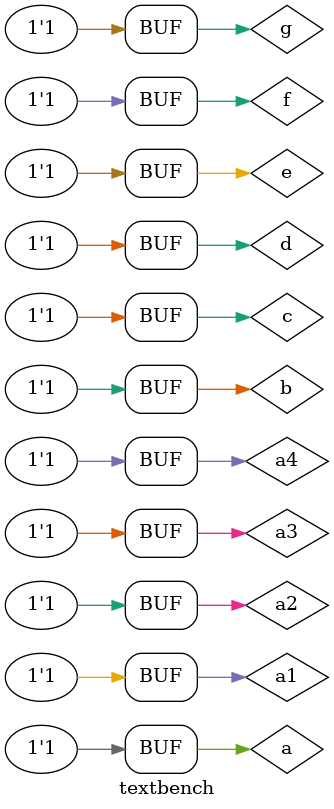
<source format=v>
`timescale 1ns / 1ps


module textbench(
    );
    reg a;reg b;wire out1;
basic_gate1 basic_gate1(
                .a(a),
                .b(b),
                .out(out1)
);
initial 
begin
a=0;b=0;#10;
a=0;b=1;#10;
a=1;b=0;#10;
a=1;b=1;#10;
end

reg c;wire out2;
basic_gate2 basic_gate2(
                .a(c),
                .out(out2)
);
initial 
begin
c=0;#10;
c=1;#10;
end
reg d; reg e; reg f; reg g; wire out3;
basic_gate3 basicgate3(
                    .a(d),
                    .b(e),
                    .c(f),
                    .d(g),
                    .out(out3)
);
initial 
begin
d=0;e=0;f=0;g=0;#10;
d=0;e=0;f=0;g=1;#10;
d=0;e=0;f=1;g=0;#10;
d=0;e=0;f=1;g=1;#10;
d=0;e=1;f=0;g=0;#10;
d=0;e=1;f=0;g=1;#10;
d=0;e=1;f=1;g=0;#10;
d=0;e=1;f=1;g=1;#10;
d=1;e=0;f=0;g=0;#10;
d=1;e=0;f=0;g=1;#10;
d=1;e=0;f=1;g=0;#10;
d=1;e=0;f=1;g=1;#10;
d=1;e=1;f=0;g=0;#10;
d=1;e=1;f=0;g=1;#10;
d=1;e=1;f=1;g=0;#10;
d=1;e=1;f=1;g=1;#10;
end

reg a1; reg a2; reg a3; reg a4; wire out4;
basic_gate4 basicgate4(
                    .a(a1),
                    .b(a2),
                    .c(a3),
                    .d(a4),
                    .out(out4)
);
initial 
begin
a1=0;a2=0;a3=0;a4=0;#10;
a1=0;a2=0;a3=0;a4=1;#10;
a1=0;a2=0;a3=1;a4=0;#10;
a1=0;a2=0;a3=1;a4=1;#10;
a1=0;a2=1;a3=0;a4=0;#10;
a1=0;a2=1;a3=0;a4=1;#10;
a1=0;a2=1;a3=1;a4=0;#10;
a1=0;a2=1;a3=1;a4=1;#10;
a1=1;a2=0;a3=0;a4=0;#10;
a1=1;a2=0;a3=0;a4=1;#10;
a1=1;a2=0;a3=1;a4=0;#10;
a1=1;a2=0;a3=1;a4=1;#10;
a1=1;a2=1;a3=0;a4=0;#10;
a1=1;a2=1;a3=0;a4=1;#10;
a1=1;a2=1;a3=1;a4=0;#10;
a1=1;a2=1;a3=1;a4=1;#10;
end

endmodule

</source>
